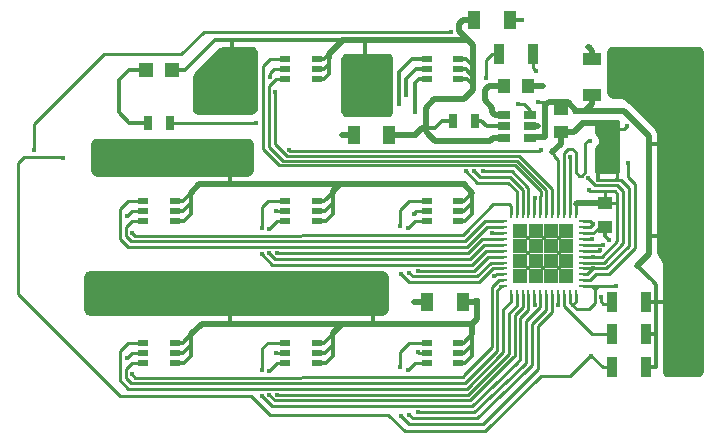
<source format=gtl>
G04 #@! TF.GenerationSoftware,KiCad,Pcbnew,(5.0.2)-1*
G04 #@! TF.CreationDate,2019-04-04T16:39:11-04:00*
G04 #@! TF.ProjectId,Dash_Warning_Panel,44617368-5f57-4617-926e-696e675f5061,rev?*
G04 #@! TF.SameCoordinates,Original*
G04 #@! TF.FileFunction,Copper,L1,Top*
G04 #@! TF.FilePolarity,Positive*
%FSLAX46Y46*%
G04 Gerber Fmt 4.6, Leading zero omitted, Abs format (unit mm)*
G04 Created by KiCad (PCBNEW (5.0.2)-1) date 4/4/2019 4:39:11 PM*
%MOMM*%
%LPD*%
G01*
G04 APERTURE LIST*
G04 #@! TA.AperFunction,SMDPad,CuDef*
%ADD10R,0.250000X0.700000*%
G04 #@! TD*
G04 #@! TA.AperFunction,SMDPad,CuDef*
%ADD11R,0.700000X0.250000*%
G04 #@! TD*
G04 #@! TA.AperFunction,SMDPad,CuDef*
%ADD12R,1.287500X1.287500*%
G04 #@! TD*
G04 #@! TA.AperFunction,SMDPad,CuDef*
%ADD13R,1.000000X1.600000*%
G04 #@! TD*
G04 #@! TA.AperFunction,SMDPad,CuDef*
%ADD14R,1.600000X1.000000*%
G04 #@! TD*
G04 #@! TA.AperFunction,SMDPad,CuDef*
%ADD15R,1.200000X1.200000*%
G04 #@! TD*
G04 #@! TA.AperFunction,SMDPad,CuDef*
%ADD16R,0.900000X1.700000*%
G04 #@! TD*
G04 #@! TA.AperFunction,SMDPad,CuDef*
%ADD17R,1.060000X0.650000*%
G04 #@! TD*
G04 #@! TA.AperFunction,SMDPad,CuDef*
%ADD18R,1.250000X1.000000*%
G04 #@! TD*
G04 #@! TA.AperFunction,SMDPad,CuDef*
%ADD19R,0.700000X1.300000*%
G04 #@! TD*
G04 #@! TA.AperFunction,SMDPad,CuDef*
%ADD20R,0.900000X0.550000*%
G04 #@! TD*
G04 #@! TA.AperFunction,SMDPad,CuDef*
%ADD21R,1.000000X1.250000*%
G04 #@! TD*
G04 #@! TA.AperFunction,ViaPad*
%ADD22C,0.400000*%
G04 #@! TD*
G04 #@! TA.AperFunction,ViaPad*
%ADD23C,0.600000*%
G04 #@! TD*
G04 #@! TA.AperFunction,Conductor*
%ADD24C,0.300000*%
G04 #@! TD*
G04 #@! TA.AperFunction,Conductor*
%ADD25C,0.220000*%
G04 #@! TD*
G04 #@! TA.AperFunction,Conductor*
%ADD26C,0.500000*%
G04 #@! TD*
G04 #@! TA.AperFunction,Conductor*
%ADD27C,0.254000*%
G04 #@! TD*
G04 APERTURE END LIST*
D10*
G04 #@! TO.P,U1,1*
G04 #@! TO.N,/GND*
X217275000Y-128175000D03*
G04 #@! TO.P,U1,2*
X216775000Y-128175000D03*
G04 #@! TO.P,U1,3*
G04 #@! TO.N,/SDO*
X216275000Y-128175000D03*
G04 #@! TO.P,U1,4*
G04 #@! TO.N,/GND*
X215775000Y-128175000D03*
G04 #@! TO.P,U1,5*
G04 #@! TO.N,/R0*
X215275000Y-128175000D03*
G04 #@! TO.P,U1,6*
G04 #@! TO.N,/G0*
X214775000Y-128175000D03*
G04 #@! TO.P,U1,7*
G04 #@! TO.N,/B0*
X214275000Y-128175000D03*
G04 #@! TO.P,U1,8*
G04 #@! TO.N,/GND*
X213775000Y-128175000D03*
G04 #@! TO.P,U1,9*
G04 #@! TO.N,/R1*
X213275000Y-128175000D03*
G04 #@! TO.P,U1,10*
G04 #@! TO.N,/G1*
X212775000Y-128175000D03*
G04 #@! TO.P,U1,11*
G04 #@! TO.N,/B1*
X212275000Y-128175000D03*
G04 #@! TO.P,U1,12*
G04 #@! TO.N,/R2*
X211775000Y-128175000D03*
D11*
G04 #@! TO.P,U1,13*
G04 #@! TO.N,/G2*
X211125000Y-128825000D03*
G04 #@! TO.P,U1,14*
G04 #@! TO.N,/B2*
X211125000Y-129325000D03*
G04 #@! TO.P,U1,15*
G04 #@! TO.N,/GND*
X211125000Y-129825000D03*
G04 #@! TO.P,U1,16*
G04 #@! TO.N,/R3*
X211125000Y-130325000D03*
G04 #@! TO.P,U1,17*
G04 #@! TO.N,/G3*
X211125000Y-130825000D03*
G04 #@! TO.P,U1,18*
G04 #@! TO.N,/B3*
X211125000Y-131325000D03*
G04 #@! TO.P,U1,19*
G04 #@! TO.N,/R4*
X211125000Y-131825000D03*
G04 #@! TO.P,U1,20*
G04 #@! TO.N,/G4*
X211125000Y-132325000D03*
G04 #@! TO.P,U1,21*
G04 #@! TO.N,/B4*
X211125000Y-132825000D03*
G04 #@! TO.P,U1,22*
G04 #@! TO.N,/GND*
X211125000Y-133325000D03*
G04 #@! TO.P,U1,23*
G04 #@! TO.N,/R5*
X211125000Y-133825000D03*
G04 #@! TO.P,U1,24*
G04 #@! TO.N,/G5*
X211125000Y-134325000D03*
D10*
G04 #@! TO.P,U1,25*
G04 #@! TO.N,/B5*
X211775000Y-134975000D03*
G04 #@! TO.P,U1,26*
G04 #@! TO.N,/R6*
X212275000Y-134975000D03*
G04 #@! TO.P,U1,27*
G04 #@! TO.N,/G6*
X212775000Y-134975000D03*
G04 #@! TO.P,U1,28*
G04 #@! TO.N,/B6*
X213275000Y-134975000D03*
G04 #@! TO.P,U1,29*
G04 #@! TO.N,/GND*
X213775000Y-134975000D03*
G04 #@! TO.P,U1,30*
G04 #@! TO.N,/R7*
X214275000Y-134975000D03*
G04 #@! TO.P,U1,31*
G04 #@! TO.N,/G7*
X214775000Y-134975000D03*
G04 #@! TO.P,U1,32*
G04 #@! TO.N,/B7*
X215275000Y-134975000D03*
G04 #@! TO.P,U1,33*
G04 #@! TO.N,/GND*
X215775000Y-134975000D03*
G04 #@! TO.P,U1,34*
G04 #@! TO.N,Net-(R2-Pad2)*
X216275000Y-134975000D03*
G04 #@! TO.P,U1,35*
G04 #@! TO.N,Net-(R7-Pad1)*
X216775000Y-134975000D03*
G04 #@! TO.P,U1,36*
X217275000Y-134975000D03*
D11*
G04 #@! TO.P,U1,37*
X217925000Y-134325000D03*
G04 #@! TO.P,U1,38*
G04 #@! TO.N,/SDI*
X217925000Y-133825000D03*
G04 #@! TO.P,U1,39*
G04 #@! TO.N,/GND*
X217925000Y-133325000D03*
G04 #@! TO.P,U1,40*
X217925000Y-132825000D03*
G04 #@! TO.P,U1,41*
G04 #@! TO.N,/CLK*
X217925000Y-132325000D03*
G04 #@! TO.P,U1,42*
G04 #@! TO.N,/GND*
X217925000Y-131825000D03*
G04 #@! TO.P,U1,43*
G04 #@! TO.N,/OE*
X217925000Y-131325000D03*
G04 #@! TO.P,U1,44*
G04 #@! TO.N,Net-(R1-Pad1)*
X217925000Y-130825000D03*
G04 #@! TO.P,U1,45*
G04 #@! TO.N,/GND*
X217925000Y-130325000D03*
G04 #@! TO.P,U1,46*
G04 #@! TO.N,/VCC*
X217925000Y-129825000D03*
G04 #@! TO.P,U1,47*
G04 #@! TO.N,/GND*
X217925000Y-129325000D03*
G04 #@! TO.P,U1,48*
X217925000Y-128825000D03*
D12*
G04 #@! TO.P,U1,49*
G04 #@! TO.N,N/C*
X212593750Y-133506250D03*
X213881250Y-133506250D03*
X215168750Y-133506250D03*
X216456250Y-133506250D03*
X212593750Y-132218750D03*
X213881250Y-132218750D03*
X215168750Y-132218750D03*
X216456250Y-132218750D03*
X212593750Y-130931250D03*
X213881250Y-130931250D03*
X215168750Y-130931250D03*
X216456250Y-130931250D03*
X212593750Y-129643750D03*
X213881250Y-129643750D03*
X215168750Y-129643750D03*
X216456250Y-129643750D03*
G04 #@! TD*
D13*
G04 #@! TO.P,C2,1*
G04 #@! TO.N,/LED_Power*
X208700000Y-111800000D03*
G04 #@! TO.P,C2,2*
G04 #@! TO.N,/GND*
X211700000Y-111800000D03*
G04 #@! TD*
G04 #@! TO.P,C3,1*
G04 #@! TO.N,/LED_Power*
X201500000Y-121500000D03*
G04 #@! TO.P,C3,2*
G04 #@! TO.N,/GND*
X198500000Y-121500000D03*
G04 #@! TD*
G04 #@! TO.P,C4,1*
G04 #@! TO.N,/LED_Power*
X207700000Y-135700000D03*
G04 #@! TO.P,C4,2*
G04 #@! TO.N,/GND*
X204700000Y-135700000D03*
G04 #@! TD*
D14*
G04 #@! TO.P,C7,1*
G04 #@! TO.N,/VCC*
X218700000Y-118100000D03*
G04 #@! TO.P,C7,2*
G04 #@! TO.N,/GND*
X218700000Y-115100000D03*
G04 #@! TD*
D15*
G04 #@! TO.P,D9,2*
G04 #@! TO.N,/LED_Power*
X183100000Y-116000000D03*
G04 #@! TO.P,D9,1*
G04 #@! TO.N,Net-(D9-Pad1)*
X180900000Y-116000000D03*
G04 #@! TD*
D16*
G04 #@! TO.P,R1,1*
G04 #@! TO.N,Net-(R1-Pad1)*
X220350000Y-135700000D03*
G04 #@! TO.P,R1,2*
G04 #@! TO.N,/VCC*
X223250000Y-135700000D03*
G04 #@! TD*
G04 #@! TO.P,R2,1*
G04 #@! TO.N,/VCC*
X223250000Y-138400000D03*
G04 #@! TO.P,R2,2*
G04 #@! TO.N,Net-(R2-Pad2)*
X220350000Y-138400000D03*
G04 #@! TD*
G04 #@! TO.P,R3,1*
G04 #@! TO.N,/OE*
X220350000Y-141200000D03*
G04 #@! TO.P,R3,2*
G04 #@! TO.N,/VCC*
X223250000Y-141200000D03*
G04 #@! TD*
G04 #@! TO.P,R6,1*
G04 #@! TO.N,/VCC*
X213650000Y-114700000D03*
G04 #@! TO.P,R6,2*
G04 #@! TO.N,/EN*
X210750000Y-114700000D03*
G04 #@! TD*
D17*
G04 #@! TO.P,U2,1*
G04 #@! TO.N,/VCC*
X213400000Y-121750000D03*
G04 #@! TO.P,U2,2*
G04 #@! TO.N,/GND*
X213400000Y-120800000D03*
G04 #@! TO.P,U2,3*
G04 #@! TO.N,/EN*
X213400000Y-119850000D03*
G04 #@! TO.P,U2,4*
G04 #@! TO.N,Net-(C6-Pad2)*
X211200000Y-119850000D03*
G04 #@! TO.P,U2,6*
G04 #@! TO.N,/LED_Power*
X211200000Y-121750000D03*
G04 #@! TO.P,U2,5*
G04 #@! TO.N,Net-(R5-Pad2)*
X211200000Y-120800000D03*
G04 #@! TD*
D18*
G04 #@! TO.P,C5,1*
G04 #@! TO.N,/GND*
X216000000Y-121300000D03*
G04 #@! TO.P,C5,2*
G04 #@! TO.N,/VCC*
X216000000Y-119300000D03*
G04 #@! TD*
G04 #@! TO.P,C1,1*
G04 #@! TO.N,/VCC*
X219800000Y-129300000D03*
G04 #@! TO.P,C1,2*
G04 #@! TO.N,/GND*
X219800000Y-127300000D03*
G04 #@! TD*
D19*
G04 #@! TO.P,R5,1*
G04 #@! TO.N,/LED_Power*
X206850000Y-120300000D03*
G04 #@! TO.P,R5,2*
G04 #@! TO.N,Net-(R5-Pad2)*
X208750000Y-120300000D03*
G04 #@! TD*
G04 #@! TO.P,R4,1*
G04 #@! TO.N,Net-(D9-Pad1)*
X181050000Y-120500000D03*
G04 #@! TO.P,R4,2*
G04 #@! TO.N,/MC*
X182950000Y-120500000D03*
G04 #@! TD*
D20*
G04 #@! TO.P,D8,1*
G04 #@! TO.N,/B7*
X204650000Y-139100000D03*
G04 #@! TO.P,D8,2*
G04 #@! TO.N,/LED_Power*
X207350000Y-139100000D03*
G04 #@! TO.P,D8,3*
G04 #@! TO.N,/R7*
X204650000Y-139950000D03*
G04 #@! TO.P,D8,4*
G04 #@! TO.N,/LED_Power*
X207350000Y-139950000D03*
G04 #@! TO.P,D8,5*
G04 #@! TO.N,/G7*
X204650000Y-140800000D03*
G04 #@! TO.P,D8,6*
G04 #@! TO.N,/LED_Power*
X207350000Y-140800000D03*
G04 #@! TD*
G04 #@! TO.P,D7,1*
G04 #@! TO.N,/B6*
X192650000Y-139100000D03*
G04 #@! TO.P,D7,2*
G04 #@! TO.N,/LED_Power*
X195350000Y-139100000D03*
G04 #@! TO.P,D7,3*
G04 #@! TO.N,/R6*
X192650000Y-139950000D03*
G04 #@! TO.P,D7,4*
G04 #@! TO.N,/LED_Power*
X195350000Y-139950000D03*
G04 #@! TO.P,D7,5*
G04 #@! TO.N,/G6*
X192650000Y-140800000D03*
G04 #@! TO.P,D7,6*
G04 #@! TO.N,/LED_Power*
X195350000Y-140800000D03*
G04 #@! TD*
G04 #@! TO.P,D6,1*
G04 #@! TO.N,/B5*
X180650000Y-139100000D03*
G04 #@! TO.P,D6,2*
G04 #@! TO.N,/LED_Power*
X183350000Y-139100000D03*
G04 #@! TO.P,D6,3*
G04 #@! TO.N,/R5*
X180650000Y-139950000D03*
G04 #@! TO.P,D6,4*
G04 #@! TO.N,/LED_Power*
X183350000Y-139950000D03*
G04 #@! TO.P,D6,5*
G04 #@! TO.N,/G5*
X180650000Y-140800000D03*
G04 #@! TO.P,D6,6*
G04 #@! TO.N,/LED_Power*
X183350000Y-140800000D03*
G04 #@! TD*
G04 #@! TO.P,D5,1*
G04 #@! TO.N,/B4*
X204650000Y-127100000D03*
G04 #@! TO.P,D5,2*
G04 #@! TO.N,/LED_Power*
X207350000Y-127100000D03*
G04 #@! TO.P,D5,3*
G04 #@! TO.N,/R4*
X204650000Y-127950000D03*
G04 #@! TO.P,D5,4*
G04 #@! TO.N,/LED_Power*
X207350000Y-127950000D03*
G04 #@! TO.P,D5,5*
G04 #@! TO.N,/G4*
X204650000Y-128800000D03*
G04 #@! TO.P,D5,6*
G04 #@! TO.N,/LED_Power*
X207350000Y-128800000D03*
G04 #@! TD*
G04 #@! TO.P,D4,1*
G04 #@! TO.N,/B3*
X192650000Y-127100000D03*
G04 #@! TO.P,D4,2*
G04 #@! TO.N,/LED_Power*
X195350000Y-127100000D03*
G04 #@! TO.P,D4,3*
G04 #@! TO.N,/R3*
X192650000Y-127950000D03*
G04 #@! TO.P,D4,4*
G04 #@! TO.N,/LED_Power*
X195350000Y-127950000D03*
G04 #@! TO.P,D4,5*
G04 #@! TO.N,/G3*
X192650000Y-128800000D03*
G04 #@! TO.P,D4,6*
G04 #@! TO.N,/LED_Power*
X195350000Y-128800000D03*
G04 #@! TD*
G04 #@! TO.P,D3,1*
G04 #@! TO.N,/B2*
X180650000Y-127100000D03*
G04 #@! TO.P,D3,2*
G04 #@! TO.N,/LED_Power*
X183350000Y-127100000D03*
G04 #@! TO.P,D3,3*
G04 #@! TO.N,/R2*
X180650000Y-127950000D03*
G04 #@! TO.P,D3,4*
G04 #@! TO.N,/LED_Power*
X183350000Y-127950000D03*
G04 #@! TO.P,D3,5*
G04 #@! TO.N,/G2*
X180650000Y-128800000D03*
G04 #@! TO.P,D3,6*
G04 #@! TO.N,/LED_Power*
X183350000Y-128800000D03*
G04 #@! TD*
G04 #@! TO.P,D2,1*
G04 #@! TO.N,/B1*
X204650000Y-115100000D03*
G04 #@! TO.P,D2,2*
G04 #@! TO.N,/LED_Power*
X207350000Y-115100000D03*
G04 #@! TO.P,D2,3*
G04 #@! TO.N,/R1*
X204650000Y-115950000D03*
G04 #@! TO.P,D2,4*
G04 #@! TO.N,/LED_Power*
X207350000Y-115950000D03*
G04 #@! TO.P,D2,5*
G04 #@! TO.N,/G1*
X204650000Y-116800000D03*
G04 #@! TO.P,D2,6*
G04 #@! TO.N,/LED_Power*
X207350000Y-116800000D03*
G04 #@! TD*
G04 #@! TO.P,D1,1*
G04 #@! TO.N,/B0*
X192650000Y-115100000D03*
G04 #@! TO.P,D1,2*
G04 #@! TO.N,/LED_Power*
X195350000Y-115100000D03*
G04 #@! TO.P,D1,3*
G04 #@! TO.N,/R0*
X192650000Y-115950000D03*
G04 #@! TO.P,D1,4*
G04 #@! TO.N,/LED_Power*
X195350000Y-115950000D03*
G04 #@! TO.P,D1,5*
G04 #@! TO.N,/G0*
X192650000Y-116800000D03*
G04 #@! TO.P,D1,6*
G04 #@! TO.N,/LED_Power*
X195350000Y-116800000D03*
G04 #@! TD*
D21*
G04 #@! TO.P,C6,1*
G04 #@! TO.N,/GND*
X213200000Y-117400000D03*
G04 #@! TO.P,C6,2*
G04 #@! TO.N,Net-(C6-Pad2)*
X211200000Y-117400000D03*
G04 #@! TD*
D22*
G04 #@! TO.N,*
X213258400Y-130251200D03*
X214579200Y-130251200D03*
X215849200Y-130251200D03*
X215849200Y-131521200D03*
X215849200Y-132791200D03*
X214528400Y-132791200D03*
X213258400Y-132791200D03*
X213258400Y-131521200D03*
G04 #@! TO.N,Net-(R1-Pad1)*
X219625000Y-130825000D03*
X219400000Y-135200000D03*
D23*
G04 #@! TO.N,/LED_Power*
X208900000Y-135600000D03*
X207800000Y-125700000D03*
X203675000Y-121500000D03*
D22*
G04 #@! TO.N,/R0*
X191400000Y-116600000D03*
X191800000Y-117900000D03*
G04 #@! TO.N,/B1*
X202300000Y-118900000D03*
X208000000Y-124600000D03*
G04 #@! TO.N,/R1*
X202900000Y-118100000D03*
X209400000Y-124600000D03*
G04 #@! TO.N,/G1*
X203700000Y-119600000D03*
X208700000Y-124600000D03*
G04 #@! TO.N,/R2*
X179300000Y-128400000D03*
X179700000Y-129800000D03*
G04 #@! TO.N,/B3*
X190700000Y-131600000D03*
X190700000Y-129400000D03*
G04 #@! TO.N,/R3*
X191900000Y-128000000D03*
X192000000Y-131500000D03*
G04 #@! TO.N,/G3*
X191300000Y-129500000D03*
X191300000Y-131500000D03*
G04 #@! TO.N,/B4*
X202400000Y-129200000D03*
X202500000Y-133300000D03*
G04 #@! TO.N,/R4*
X203900000Y-133000000D03*
X203600000Y-128200000D03*
G04 #@! TO.N,/G4*
X203100000Y-129400000D03*
X203200000Y-133200000D03*
G04 #@! TO.N,/R5*
X179700000Y-141800000D03*
X179300000Y-140400000D03*
G04 #@! TO.N,/B6*
X190700000Y-143600000D03*
X190700000Y-141400000D03*
G04 #@! TO.N,/R6*
X191900000Y-140000000D03*
X192000000Y-143500000D03*
G04 #@! TO.N,/G6*
X191300000Y-141500000D03*
X191300000Y-143500000D03*
G04 #@! TO.N,/B7*
X202500000Y-145300000D03*
X202400000Y-141200000D03*
G04 #@! TO.N,/R7*
X203900000Y-139900000D03*
X203900000Y-145000000D03*
G04 #@! TO.N,/G7*
X203100000Y-141400000D03*
X203200000Y-145200000D03*
G04 #@! TO.N,/SDI*
X221700000Y-123900000D03*
G04 #@! TO.N,/SDO*
X218500000Y-122000000D03*
G04 #@! TO.N,/CLK*
X218300000Y-125200000D03*
G04 #@! TO.N,/MC*
X214300000Y-122800000D03*
X190200000Y-120500000D03*
X193000000Y-122800000D03*
G04 #@! TO.N,/OE*
X219300000Y-131300000D03*
X218600000Y-140200000D03*
X173900000Y-123500000D03*
G04 #@! TO.N,/EN*
X206700000Y-112800000D03*
X212400000Y-118900000D03*
X209700000Y-116700000D03*
X171400000Y-122800000D03*
G04 #@! TO.N,/VCC*
X213900000Y-116100000D03*
X214100000Y-118700000D03*
X220100000Y-130400000D03*
X222500000Y-132600000D03*
D23*
X217300000Y-119500000D03*
D22*
X224891600Y-133400800D03*
X227126800Y-133400800D03*
G04 #@! TO.N,/GND*
X218725000Y-129075000D03*
X221600000Y-120800000D03*
X220800000Y-125300000D03*
X217800000Y-120500000D03*
X218725000Y-132825000D03*
X219200000Y-125300000D03*
X197500000Y-121500000D03*
X214500000Y-117400000D03*
X218300000Y-114100000D03*
X217300000Y-127400000D03*
X210200000Y-129800000D03*
X212750000Y-111750000D03*
X215800000Y-135900000D03*
X203600000Y-135700000D03*
X218700000Y-130300000D03*
X213800000Y-135900000D03*
X215300000Y-123000000D03*
X218725000Y-131825000D03*
X218400000Y-126200000D03*
X213800000Y-126900000D03*
X210400000Y-133500000D03*
X214049998Y-120800000D03*
G04 #@! TO.N,Net-(R7-Pad1)*
X220675200Y-134315200D03*
G04 #@! TO.N,/GND*
X216800000Y-123400000D03*
G04 #@! TD*
D24*
G04 #@! TO.N,Net-(D9-Pad1)*
X180500000Y-120500000D02*
X181050000Y-120500000D01*
X180550000Y-120500000D02*
X180500000Y-120500000D01*
X180500000Y-120500000D02*
X179500000Y-120500000D01*
X179500000Y-116000000D02*
X180900000Y-116000000D01*
X178600000Y-116900000D02*
X179500000Y-116000000D01*
X178600000Y-119600000D02*
X178600000Y-116900000D01*
X179500000Y-120500000D02*
X178600000Y-119600000D01*
D25*
G04 #@! TO.N,Net-(R1-Pad1)*
X217925000Y-130825000D02*
X219625000Y-130825000D01*
X219600000Y-135800000D02*
X220250000Y-135800000D01*
X219400000Y-135600000D02*
X219600000Y-135800000D01*
X219400000Y-135200000D02*
X219400000Y-135600000D01*
X220250000Y-135800000D02*
X220350000Y-135700000D01*
D24*
G04 #@! TO.N,Net-(R5-Pad2)*
X208750000Y-120300000D02*
X209250000Y-120300000D01*
X209750000Y-120800000D02*
X209250000Y-120300000D01*
X209750000Y-120800000D02*
X211200000Y-120800000D01*
G04 #@! TO.N,/LED_Power*
X188000000Y-125700000D02*
X188000000Y-123800000D01*
X188000000Y-137500000D02*
X188000000Y-136000000D01*
X200100000Y-137500000D02*
X200100000Y-136100000D01*
X199400000Y-113500000D02*
X199400000Y-115200000D01*
X188200000Y-113500000D02*
X188200000Y-114300000D01*
X204600000Y-120900000D02*
X205400000Y-120900000D01*
X205400000Y-120900000D02*
X205975000Y-120325000D01*
D26*
X203675000Y-121500000D02*
X204275000Y-120900000D01*
X204275000Y-120900000D02*
X204600000Y-120900000D01*
X204600000Y-120900000D02*
X204500000Y-120900000D01*
X204500000Y-120900000D02*
X204600000Y-120900000D01*
X196700000Y-126400000D02*
X196700000Y-126300000D01*
X196700000Y-126300000D02*
X197300000Y-125700000D01*
X207800000Y-125700000D02*
X197300000Y-125700000D01*
X197300000Y-125700000D02*
X188000000Y-125700000D01*
X188000000Y-125700000D02*
X185400000Y-125700000D01*
X185400000Y-125700000D02*
X184700000Y-126400000D01*
X208500000Y-126400000D02*
X207800000Y-125700000D01*
X208900000Y-135700000D02*
X208900000Y-137100000D01*
X208900000Y-137100000D02*
X208500000Y-137500000D01*
D24*
X207350000Y-115100000D02*
X208000000Y-115100000D01*
X208600000Y-115700000D02*
X208600000Y-115600000D01*
X208000000Y-115100000D02*
X208600000Y-115700000D01*
X207350000Y-115950000D02*
X207950000Y-115950000D01*
X207950000Y-115950000D02*
X208600000Y-116600000D01*
X207350000Y-116800000D02*
X208000000Y-116800000D01*
D26*
X208600000Y-117300000D02*
X208600000Y-117200000D01*
D24*
X208100000Y-116800000D02*
X208600000Y-117300000D01*
X208000000Y-116800000D02*
X208100000Y-116800000D01*
X206850000Y-120300000D02*
X206000000Y-120300000D01*
X205975000Y-120325000D02*
X206000000Y-120300000D01*
D26*
X208700000Y-111800000D02*
X207700000Y-111800000D01*
X207400000Y-112700000D02*
X208200000Y-113500000D01*
X207400000Y-112100000D02*
X207400000Y-112700000D01*
X207700000Y-111800000D02*
X207400000Y-112100000D01*
D24*
X196000000Y-116800000D02*
X196400000Y-116400000D01*
X195350000Y-116800000D02*
X196000000Y-116800000D01*
X196400000Y-116400000D02*
X196400000Y-115500000D01*
X195350000Y-115950000D02*
X195950000Y-115950000D01*
X196400000Y-115500000D02*
X196400000Y-114700000D01*
X195950000Y-115950000D02*
X196400000Y-115500000D01*
D26*
X196400000Y-114700000D02*
X196400000Y-115000000D01*
X196400000Y-115000000D02*
X196400000Y-114700000D01*
D24*
X195350000Y-115100000D02*
X196000000Y-115100000D01*
D26*
X197500000Y-113600000D02*
X197500000Y-113500000D01*
X197600000Y-113500000D02*
X197500000Y-113600000D01*
D24*
X196000000Y-115100000D02*
X196400000Y-114700000D01*
D26*
X196400000Y-114700000D02*
X197600000Y-113500000D01*
X208600000Y-114000000D02*
X208600000Y-113900000D01*
X208600000Y-115000000D02*
X208600000Y-114000000D01*
D24*
X184200000Y-116000000D02*
X183100000Y-116000000D01*
X186700000Y-113500000D02*
X184200000Y-116000000D01*
D26*
X208200000Y-113500000D02*
X199400000Y-113500000D01*
X199400000Y-113500000D02*
X197500000Y-113500000D01*
D24*
X197500000Y-113500000D02*
X188200000Y-113500000D01*
X188200000Y-113500000D02*
X186700000Y-113500000D01*
D26*
X208600000Y-113900000D02*
X208200000Y-113500000D01*
X208600000Y-115000000D02*
X208600000Y-115600000D01*
X208600000Y-115600000D02*
X208600000Y-115900000D01*
X208600000Y-115900000D02*
X208600000Y-116300000D01*
X208600000Y-116300000D02*
X208600000Y-116600000D01*
X208600000Y-116600000D02*
X208600000Y-117200000D01*
X208600000Y-117200000D02*
X208600000Y-117700000D01*
X204600000Y-119200000D02*
X204600000Y-120900000D01*
X207800000Y-118500000D02*
X208600000Y-117700000D01*
X205300000Y-118500000D02*
X207800000Y-118500000D01*
X204600000Y-119200000D02*
X205300000Y-118500000D01*
X204600000Y-120900000D02*
X204600000Y-121200000D01*
X210250000Y-121750000D02*
X210000000Y-122000000D01*
X211200000Y-121750000D02*
X210250000Y-121750000D01*
X205400000Y-122000000D02*
X204900000Y-121500000D01*
X210000000Y-122000000D02*
X205400000Y-122000000D01*
X204600000Y-121200000D02*
X204900000Y-121500000D01*
X196700000Y-138400000D02*
X196700000Y-138300000D01*
X196700000Y-138300000D02*
X197500000Y-137500000D01*
X208500000Y-137500000D02*
X208300000Y-137500000D01*
X207900000Y-137500000D02*
X200100000Y-137500000D01*
X200100000Y-137500000D02*
X197500000Y-137500000D01*
X208300000Y-137500000D02*
X207900000Y-137500000D01*
X185600000Y-137500000D02*
X184700000Y-138400000D01*
X197500000Y-137500000D02*
X188000000Y-137500000D01*
X188000000Y-137500000D02*
X185600000Y-137500000D01*
D24*
X183550000Y-127100000D02*
X184000000Y-127100000D01*
X184000000Y-127100000D02*
X184700000Y-126400000D01*
X183550000Y-127950000D02*
X184050000Y-127950000D01*
X184050000Y-127950000D02*
X184700000Y-127300000D01*
X183550000Y-128800000D02*
X184100000Y-128800000D01*
X184700000Y-128200000D02*
X184700000Y-127300000D01*
X184700000Y-127300000D02*
X184700000Y-126400000D01*
X184100000Y-128800000D02*
X184700000Y-128200000D01*
X196100000Y-128800000D02*
X196700000Y-128200000D01*
X196700000Y-127300000D02*
X196700000Y-126400000D01*
X196700000Y-128200000D02*
X196700000Y-127300000D01*
X195550000Y-128800000D02*
X196100000Y-128800000D01*
X196050000Y-127950000D02*
X196700000Y-127300000D01*
X195550000Y-127950000D02*
X196050000Y-127950000D01*
X196000000Y-127100000D02*
X196700000Y-126400000D01*
X195550000Y-127100000D02*
X196000000Y-127100000D01*
X184100000Y-140800000D02*
X184700000Y-140200000D01*
X184700000Y-139300000D02*
X184700000Y-138400000D01*
X184700000Y-140200000D02*
X184700000Y-139300000D01*
X183550000Y-140800000D02*
X184100000Y-140800000D01*
X184050000Y-139950000D02*
X184700000Y-139300000D01*
X183550000Y-139950000D02*
X184050000Y-139950000D01*
X184000000Y-139100000D02*
X184700000Y-138400000D01*
X183550000Y-139100000D02*
X184000000Y-139100000D01*
X195550000Y-139100000D02*
X196000000Y-139100000D01*
X196000000Y-139100000D02*
X196700000Y-138400000D01*
X195550000Y-139950000D02*
X196050000Y-139950000D01*
X196050000Y-139950000D02*
X196700000Y-139300000D01*
X195550000Y-140800000D02*
X196100000Y-140800000D01*
X196700000Y-140200000D02*
X196700000Y-139300000D01*
X196700000Y-139300000D02*
X196700000Y-138400000D01*
X196100000Y-140800000D02*
X196700000Y-140200000D01*
D26*
X203000000Y-121500000D02*
X201500000Y-121500000D01*
X203675000Y-121500000D02*
X203000000Y-121500000D01*
X207700000Y-135700000D02*
X208900000Y-135700000D01*
X208500000Y-137700000D02*
X208500000Y-137500000D01*
X208500000Y-137500000D02*
X208500000Y-138400000D01*
D24*
X207900000Y-140800000D02*
X208500000Y-140200000D01*
X208500000Y-139300000D02*
X208500000Y-138400000D01*
X208500000Y-140200000D02*
X208500000Y-139300000D01*
X207350000Y-140800000D02*
X207900000Y-140800000D01*
X207850000Y-139950000D02*
X208500000Y-139300000D01*
X207350000Y-139950000D02*
X207850000Y-139950000D01*
X207800000Y-139100000D02*
X208500000Y-138400000D01*
X207350000Y-139100000D02*
X207800000Y-139100000D01*
X207350000Y-127100000D02*
X207800000Y-127100000D01*
X207800000Y-127100000D02*
X208500000Y-126400000D01*
X207350000Y-127950000D02*
X207850000Y-127950000D01*
X207850000Y-127950000D02*
X208500000Y-127300000D01*
X207350000Y-128800000D02*
X207900000Y-128800000D01*
X208500000Y-128200000D02*
X208500000Y-127300000D01*
X208500000Y-127300000D02*
X208500000Y-126400000D01*
X207900000Y-128800000D02*
X208500000Y-128200000D01*
D25*
G04 #@! TO.N,/B0*
X193200000Y-124100000D02*
X192200000Y-124100000D01*
X214275000Y-126725000D02*
X214300000Y-126700000D01*
X214300000Y-126700000D02*
X214300000Y-126300000D01*
X214300000Y-126300000D02*
X212100000Y-124100000D01*
X212100000Y-124100000D02*
X193200000Y-124100000D01*
X214275000Y-128175000D02*
X214275000Y-126725000D01*
X191400000Y-115100000D02*
X192650000Y-115100000D01*
X190800000Y-115700000D02*
X191400000Y-115100000D01*
X190800000Y-122700000D02*
X190800000Y-115700000D01*
X192200000Y-124100000D02*
X190800000Y-122700000D01*
G04 #@! TO.N,/R0*
X193200000Y-123300000D02*
X192800000Y-123300000D01*
X215275000Y-126075000D02*
X212470002Y-123270002D01*
X212470002Y-123270002D02*
X193200000Y-123300000D01*
X215275000Y-128175000D02*
X215275000Y-126075000D01*
X191750000Y-115950000D02*
X192650000Y-115950000D01*
X191400000Y-116300000D02*
X191750000Y-115950000D01*
X191400000Y-116600000D02*
X191400000Y-116300000D01*
X191800000Y-122300000D02*
X191800000Y-117900000D01*
X192800000Y-123300000D02*
X191800000Y-122300000D01*
G04 #@! TO.N,/G0*
X192650000Y-116800000D02*
X191900000Y-116800000D01*
X193200000Y-123729998D02*
X193200000Y-123700000D01*
X192529998Y-123729998D02*
X193200000Y-123729998D01*
X191300000Y-122500000D02*
X192529998Y-123729998D01*
X191300000Y-117400000D02*
X191300000Y-122500000D01*
X191900000Y-116800000D02*
X191300000Y-117400000D01*
X214775000Y-128175000D02*
X214775000Y-126175000D01*
X212300000Y-123700000D02*
X193200000Y-123700000D01*
X193200000Y-123700000D02*
X193200000Y-123700000D01*
X214775000Y-126175000D02*
X212300000Y-123700000D01*
G04 #@! TO.N,/B1*
X211550000Y-125550000D02*
X208950000Y-125550000D01*
X212275000Y-126275000D02*
X211550000Y-125550000D01*
X212275000Y-128175000D02*
X212275000Y-126275000D01*
D24*
X203400000Y-115100000D02*
X204650000Y-115100000D01*
X202300000Y-116200000D02*
X203400000Y-115100000D01*
X202300000Y-118900000D02*
X202300000Y-116200000D01*
D25*
X208950000Y-125550000D02*
X208000000Y-124600000D01*
G04 #@! TO.N,/R1*
X211900000Y-124600000D02*
X209400000Y-124600000D01*
X213275000Y-125975000D02*
X211900000Y-124600000D01*
X213275000Y-128175000D02*
X213275000Y-125975000D01*
D24*
X203750000Y-115950000D02*
X204650000Y-115950000D01*
X202900000Y-116800000D02*
X203750000Y-115950000D01*
X202900000Y-118100000D02*
X202900000Y-116800000D01*
D25*
G04 #@! TO.N,/G1*
X211700000Y-125100000D02*
X209200000Y-125100000D01*
D24*
X204000000Y-116800000D02*
X204650000Y-116800000D01*
X203700000Y-117100000D02*
X204000000Y-116800000D01*
X203700000Y-119600000D02*
X203700000Y-117100000D01*
D25*
X209200000Y-125100000D02*
X208700000Y-124600000D01*
X212775000Y-128175000D02*
X212775000Y-126175000D01*
X212775000Y-126175000D02*
X211700000Y-125100000D01*
X211700000Y-125100000D02*
X211800000Y-125200000D01*
G04 #@! TO.N,/B2*
X180650000Y-127100000D02*
X179400000Y-127100000D01*
X178700000Y-130300000D02*
X179400000Y-131000000D01*
X178700000Y-127800000D02*
X178700000Y-130300000D01*
X179400000Y-127100000D02*
X178700000Y-127800000D01*
X209900000Y-129325000D02*
X209775000Y-129325000D01*
X211125000Y-129325000D02*
X209900000Y-129325000D01*
X208100000Y-131000000D02*
X179400000Y-131000000D01*
X209775000Y-129325000D02*
X208100000Y-131000000D01*
G04 #@! TO.N,/R2*
X180099996Y-130098926D02*
X179998926Y-130098926D01*
X179300000Y-128400000D02*
X179750000Y-127950000D01*
X180650000Y-127950000D02*
X179750000Y-127950000D01*
X207900000Y-129800000D02*
X207700000Y-130000000D01*
X211775000Y-127575000D02*
X211600000Y-127400000D01*
X211600000Y-127400000D02*
X210300000Y-127400000D01*
X210300000Y-127400000D02*
X207900000Y-129800000D01*
X211775000Y-127575000D02*
X211775000Y-128175000D01*
X207700000Y-130000000D02*
X180099996Y-130098926D01*
X179998926Y-130098926D02*
X179700000Y-129800000D01*
G04 #@! TO.N,/G2*
X180200000Y-130500000D02*
X179600000Y-130500000D01*
X209575000Y-128825000D02*
X207900000Y-130500000D01*
X207900000Y-130500000D02*
X180200000Y-130500000D01*
X211125000Y-128825000D02*
X209600000Y-128825000D01*
X209600000Y-128825000D02*
X209575000Y-128825000D01*
X179700000Y-128800000D02*
X180650000Y-128800000D01*
X179200000Y-129300000D02*
X179700000Y-128800000D01*
X179200000Y-130100000D02*
X179200000Y-129300000D01*
X179600000Y-130500000D02*
X179200000Y-130100000D01*
G04 #@! TO.N,/B3*
X192650000Y-127100000D02*
X191200000Y-127100000D01*
X209675000Y-131325000D02*
X208500000Y-132500000D01*
X208500000Y-132500000D02*
X191600000Y-132500000D01*
X209675000Y-131325000D02*
X211125000Y-131325000D01*
X190700000Y-131600000D02*
X191600000Y-132500000D01*
X190700000Y-127600000D02*
X190700000Y-129400000D01*
X191200000Y-127100000D02*
X190700000Y-127600000D01*
G04 #@! TO.N,/R3*
X192200000Y-131500000D02*
X192000000Y-131500000D01*
X209375000Y-130325000D02*
X208200000Y-131500000D01*
X208200000Y-131500000D02*
X192200000Y-131500000D01*
X211125000Y-130325000D02*
X209375000Y-130325000D01*
X191950000Y-127950000D02*
X192650000Y-127950000D01*
X191900000Y-128000000D02*
X191950000Y-127950000D01*
G04 #@! TO.N,/G3*
X191900000Y-132000000D02*
X191800000Y-132000000D01*
X209475000Y-130825000D02*
X208300000Y-132000000D01*
X208300000Y-132000000D02*
X191900000Y-132000000D01*
X211125000Y-130825000D02*
X209475000Y-130825000D01*
X192000000Y-128800000D02*
X192650000Y-128800000D01*
X191300000Y-129500000D02*
X192000000Y-128800000D01*
X191800000Y-132000000D02*
X191300000Y-131500000D01*
G04 #@! TO.N,/B4*
X203300000Y-134000000D02*
X203200000Y-134000000D01*
X210275000Y-132825000D02*
X209100000Y-134000000D01*
X209100000Y-134000000D02*
X203300000Y-134000000D01*
X211125000Y-132825000D02*
X210275000Y-132825000D01*
X203200000Y-127100000D02*
X204650000Y-127100000D01*
X202400000Y-127900000D02*
X203200000Y-127100000D01*
X202400000Y-129200000D02*
X202400000Y-127900000D01*
X203200000Y-134000000D02*
X202500000Y-133300000D01*
G04 #@! TO.N,/R4*
X203600000Y-128200000D02*
X203600000Y-128100000D01*
X203750000Y-127950000D02*
X204650000Y-127950000D01*
X203600000Y-128100000D02*
X203750000Y-127950000D01*
X203650000Y-128250000D02*
X203600000Y-128200000D01*
X209875000Y-131825000D02*
X211125000Y-131825000D01*
X208700000Y-133000000D02*
X204500000Y-133000000D01*
X209875000Y-131825000D02*
X208700000Y-133000000D01*
X204500000Y-133000000D02*
X203900000Y-133000000D01*
G04 #@! TO.N,/G4*
X203500000Y-133500000D02*
X203200000Y-133200000D01*
X210075000Y-132325000D02*
X208900000Y-133500000D01*
X208900000Y-133500000D02*
X203500000Y-133500000D01*
X211125000Y-132325000D02*
X210075000Y-132325000D01*
X203700000Y-128800000D02*
X204650000Y-128800000D01*
X203100000Y-129400000D02*
X203700000Y-128800000D01*
G04 #@! TO.N,/B5*
X211775000Y-134975000D02*
X211775000Y-135625000D01*
X179400000Y-139100000D02*
X180650000Y-139100000D01*
X178700000Y-142300000D02*
X179400000Y-143000000D01*
X178700000Y-139800000D02*
X178700000Y-142300000D01*
X179400000Y-139100000D02*
X178700000Y-139800000D01*
X208100000Y-143000000D02*
X179400000Y-143000000D01*
X210951694Y-140049971D02*
X208100000Y-143000000D01*
X211100000Y-139901665D02*
X210951694Y-140049971D01*
X211100000Y-136300000D02*
X211100000Y-139901665D01*
X211775000Y-135625000D02*
X211100000Y-136300000D01*
X211775000Y-134975000D02*
X211775000Y-135325000D01*
G04 #@! TO.N,/R5*
X179998926Y-142098926D02*
X179700000Y-141800000D01*
X207700000Y-142000000D02*
X180099996Y-142098926D01*
X210200000Y-139500000D02*
X207900000Y-141800000D01*
X207900000Y-141800000D02*
X207700000Y-142000000D01*
X180650000Y-139950000D02*
X179750000Y-139950000D01*
X179300000Y-140400000D02*
X179750000Y-139950000D01*
X180099996Y-142098926D02*
X179998926Y-142098926D01*
X211125000Y-133825000D02*
X210775000Y-133825000D01*
X210775000Y-133825000D02*
X210200000Y-134400000D01*
X210200000Y-134400000D02*
X210200000Y-139500000D01*
G04 #@! TO.N,/G5*
X179600000Y-142500000D02*
X179200000Y-142100000D01*
X179200000Y-142100000D02*
X179200000Y-141300000D01*
X179200000Y-141300000D02*
X179700000Y-140800000D01*
X179700000Y-140800000D02*
X180650000Y-140800000D01*
X207900000Y-142500000D02*
X180200000Y-142500000D01*
X210600000Y-139800000D02*
X207900000Y-142500000D01*
X180200000Y-142500000D02*
X179600000Y-142500000D01*
X211125000Y-134325000D02*
X210975000Y-134325000D01*
X210975000Y-134325000D02*
X210600000Y-134700000D01*
X210600000Y-134700000D02*
X210600000Y-139800000D01*
G04 #@! TO.N,/B6*
X213275000Y-134975000D02*
X213275000Y-136325000D01*
X191200000Y-139100000D02*
X192650000Y-139100000D01*
X212300000Y-140800000D02*
X208500000Y-144500000D01*
X208500000Y-144500000D02*
X191600000Y-144500000D01*
X190700000Y-143600000D02*
X191600000Y-144500000D01*
X190700000Y-139600000D02*
X190700000Y-141400000D01*
X191200000Y-139100000D02*
X190700000Y-139600000D01*
X212600000Y-140500000D02*
X212300000Y-140800000D01*
X212600000Y-137000000D02*
X212600000Y-140500000D01*
X213275000Y-136325000D02*
X212600000Y-137000000D01*
G04 #@! TO.N,/R6*
X212275000Y-134975000D02*
X212299941Y-135997562D01*
X192200000Y-143500000D02*
X192000000Y-143500000D01*
X209375000Y-142325000D02*
X208200000Y-143500000D01*
X208200000Y-143500000D02*
X192200000Y-143500000D01*
X191950000Y-139950000D02*
X192650000Y-139950000D01*
X191900000Y-140000000D02*
X191950000Y-139950000D01*
X211600000Y-140100000D02*
X209375000Y-142325000D01*
X211600000Y-136600000D02*
X211600000Y-140100000D01*
X212299941Y-135997562D02*
X211600000Y-136600000D01*
G04 #@! TO.N,/G6*
X212100000Y-140200000D02*
X212000000Y-140300000D01*
X191900000Y-144000000D02*
X191800000Y-144000000D01*
X212000000Y-140300000D02*
X208300000Y-144000000D01*
X208300000Y-144000000D02*
X191900000Y-144000000D01*
X192650000Y-140800000D02*
X192000000Y-140800000D01*
X191300000Y-141500000D02*
X192000000Y-140800000D01*
X191800000Y-144000000D02*
X191300000Y-143500000D01*
X212775000Y-136125000D02*
X212100000Y-136800000D01*
X212100000Y-136800000D02*
X212100000Y-140200000D01*
X212775000Y-136125000D02*
X212775000Y-134975000D01*
G04 #@! TO.N,/B7*
X209200000Y-146000000D02*
X209400000Y-146000000D01*
X203200000Y-146000000D02*
X202500000Y-145300000D01*
X202400000Y-141200000D02*
X202400000Y-139900000D01*
X202400000Y-139900000D02*
X203200000Y-139100000D01*
X204650000Y-139100000D02*
X203200000Y-139100000D01*
X209100000Y-146000000D02*
X203300000Y-146000000D01*
X203300000Y-146000000D02*
X203200000Y-146000000D01*
X209100000Y-146000000D02*
X209200000Y-146000000D01*
X215275000Y-136525000D02*
X215275000Y-134975000D01*
X214100000Y-137700000D02*
X215275000Y-136525000D01*
X214100000Y-141300000D02*
X214100000Y-137700000D01*
X209400000Y-146000000D02*
X214100000Y-141300000D01*
G04 #@! TO.N,/R7*
X212800000Y-141100000D02*
X213100000Y-140800000D01*
X204500000Y-145000000D02*
X203900000Y-145000000D01*
X212800000Y-141100000D02*
X208700000Y-145000000D01*
X208700000Y-145000000D02*
X204500000Y-145000000D01*
X203950000Y-139950000D02*
X203900000Y-139900000D01*
X204650000Y-139950000D02*
X203950000Y-139950000D01*
X214275000Y-136125000D02*
X214275000Y-134975000D01*
X213100000Y-137300000D02*
X214275000Y-136125000D01*
X213100000Y-140800000D02*
X213100000Y-137300000D01*
G04 #@! TO.N,/G7*
X214775000Y-134975000D02*
X214775000Y-136325000D01*
X203500000Y-145500000D02*
X203200000Y-145200000D01*
X213100000Y-141500000D02*
X208900000Y-145500000D01*
X208900000Y-145500000D02*
X203500000Y-145500000D01*
X203700000Y-140800000D02*
X204650000Y-140800000D01*
X203100000Y-141400000D02*
X203700000Y-140800000D01*
X213600000Y-141000000D02*
X213100000Y-141500000D01*
X213600000Y-137500000D02*
X213600000Y-141000000D01*
X214775000Y-136325000D02*
X213600000Y-137500000D01*
G04 #@! TO.N,/SDI*
X222300000Y-129500000D02*
X222300000Y-125700000D01*
X222300000Y-131100000D02*
X222300000Y-129500000D01*
X220100000Y-133300000D02*
X222300000Y-131100000D01*
X219000000Y-133300000D02*
X220100000Y-133300000D01*
X218475000Y-133825000D02*
X219000000Y-133300000D01*
X217925000Y-133825000D02*
X218475000Y-133825000D01*
X221700000Y-125100000D02*
X221700000Y-123900000D01*
X222300000Y-125700000D02*
X221700000Y-125100000D01*
G04 #@! TO.N,/SDO*
X216275000Y-128175000D02*
X216275000Y-123025000D01*
X218300000Y-122000000D02*
X218500000Y-122000000D01*
X218100000Y-122200000D02*
X218300000Y-122000000D01*
X218100000Y-124700000D02*
X218100000Y-122200000D01*
X217800000Y-125000000D02*
X218100000Y-124700000D01*
X217600000Y-125000000D02*
X217800000Y-125000000D01*
X217300000Y-124700000D02*
X217600000Y-125000000D01*
X217300000Y-123000000D02*
X217300000Y-124700000D01*
X217000000Y-122700000D02*
X217300000Y-123000000D01*
X216600000Y-122700000D02*
X217000000Y-122700000D01*
X216275000Y-123025000D02*
X216600000Y-122700000D01*
G04 #@! TO.N,/CLK*
X218900000Y-125800000D02*
X218300000Y-125200000D01*
X221300000Y-126400000D02*
X221300000Y-126300000D01*
X221300000Y-126300000D02*
X220800000Y-125800000D01*
X220800000Y-125800000D02*
X218900000Y-125800000D01*
X217925000Y-132325000D02*
X219675000Y-132325000D01*
X219675000Y-132325000D02*
X221300000Y-130700000D01*
X221300000Y-130700000D02*
X221300000Y-129500000D01*
X221300000Y-129500000D02*
X221300000Y-126400000D01*
G04 #@! TO.N,/MC*
X196100000Y-122900000D02*
X193100000Y-122900000D01*
X196100000Y-122900000D02*
X214200000Y-122900000D01*
X214300000Y-122800000D02*
X214200000Y-122900000D01*
X190200000Y-120500000D02*
X182950000Y-120500000D01*
X193100000Y-122900000D02*
X193000000Y-122800000D01*
G04 #@! TO.N,/OE*
X218600000Y-140200000D02*
X218500000Y-140200000D01*
X170600000Y-123400000D02*
X171200000Y-123400000D01*
X170100000Y-123900000D02*
X170600000Y-123400000D01*
X170100000Y-135000000D02*
X170100000Y-123900000D01*
X178700000Y-143600000D02*
X170100000Y-135000000D01*
X179200000Y-143600000D02*
X178700000Y-143600000D01*
X189800000Y-143600000D02*
X179200000Y-143600000D01*
X191400000Y-145200000D02*
X189800000Y-143600000D01*
X201400000Y-145200000D02*
X191400000Y-145200000D01*
X202800000Y-146600000D02*
X201400000Y-145200000D01*
X209600000Y-146600000D02*
X202800000Y-146600000D01*
X214300000Y-141900000D02*
X209600000Y-146600000D01*
X216800000Y-141900000D02*
X214300000Y-141900000D01*
X218500000Y-140200000D02*
X216800000Y-141900000D01*
X219275000Y-131325000D02*
X219300000Y-131300000D01*
X219075000Y-131325000D02*
X219275000Y-131325000D01*
X219600000Y-141200000D02*
X220350000Y-141200000D01*
X218600000Y-140200000D02*
X219600000Y-141200000D01*
X217925000Y-131325000D02*
X219075000Y-131325000D01*
X171200000Y-123400000D02*
X173800000Y-123400000D01*
X173800000Y-123400000D02*
X173900000Y-123500000D01*
G04 #@! TO.N,/EN*
X209700000Y-115400000D02*
X209700000Y-116700000D01*
X213400000Y-119400000D02*
X212900000Y-118900000D01*
X212900000Y-118900000D02*
X212400000Y-118900000D01*
X209700000Y-115400000D02*
X209700000Y-115200000D01*
X209700000Y-115200000D02*
X210200000Y-114700000D01*
X210750000Y-114700000D02*
X210200000Y-114700000D01*
X213400000Y-119400000D02*
X213400000Y-119850000D01*
X171400000Y-120600000D02*
X171400000Y-122800000D01*
X177300000Y-114700000D02*
X171400000Y-120600000D01*
X183900000Y-114700000D02*
X177300000Y-114700000D01*
X206700000Y-112800000D02*
X185800000Y-112800000D01*
X185800000Y-112800000D02*
X183900000Y-114700000D01*
G04 #@! TO.N,Net-(R2-Pad2)*
X216298889Y-136001136D02*
X216400084Y-136100084D01*
X219000000Y-138400000D02*
X220350000Y-138400000D01*
X218700000Y-138400000D02*
X219000000Y-138400000D01*
X216400084Y-136100084D02*
X218700000Y-138400000D01*
X216275000Y-134975000D02*
X216298889Y-136001136D01*
D24*
G04 #@! TO.N,/VCC*
X224100000Y-135700000D02*
X225100000Y-135700000D01*
X223500000Y-122300000D02*
X224800000Y-122300000D01*
X223500000Y-130100000D02*
X224600000Y-130100000D01*
D25*
X213900000Y-116100000D02*
X213650000Y-115850000D01*
X213650000Y-114700000D02*
X213650000Y-115850000D01*
X214100000Y-118700000D02*
X215500000Y-118700000D01*
X215500000Y-118700000D02*
X215600000Y-118700000D01*
X217925000Y-129825000D02*
X218775000Y-129825000D01*
X218775000Y-129825000D02*
X219300000Y-129300000D01*
X219300000Y-129300000D02*
X219800000Y-129300000D01*
D24*
X222500000Y-132600000D02*
X223800000Y-133900000D01*
X224100000Y-134200000D02*
X224100000Y-135700000D01*
X223800000Y-133900000D02*
X224100000Y-134200000D01*
D26*
X221400000Y-119500000D02*
X223500000Y-121600000D01*
X223500000Y-121600000D02*
X223500000Y-122300000D01*
X223500000Y-122300000D02*
X223500000Y-130100000D01*
X223500000Y-130100000D02*
X223500000Y-131400000D01*
X217300000Y-119500000D02*
X221400000Y-119500000D01*
D24*
X219800000Y-130100000D02*
X219800000Y-129300000D01*
X220100000Y-130400000D02*
X219800000Y-130100000D01*
D26*
X223500000Y-131600000D02*
X223500000Y-131400000D01*
X222500000Y-132600000D02*
X223500000Y-131600000D01*
D24*
X224100000Y-136200000D02*
X224100000Y-135700000D01*
X224100000Y-136200000D02*
X224100000Y-138400000D01*
X223250000Y-135700000D02*
X224100000Y-135700000D01*
X224100000Y-138800000D02*
X224100000Y-138400000D01*
X223250000Y-138400000D02*
X224100000Y-138400000D01*
X224100000Y-141200000D02*
X223250000Y-141200000D01*
X224100000Y-138800000D02*
X224100000Y-141200000D01*
D26*
X218700000Y-118100000D02*
X218700000Y-118900000D01*
X218100000Y-119500000D02*
X217300000Y-119500000D01*
X218700000Y-118900000D02*
X218100000Y-119500000D01*
X213450000Y-121700000D02*
X214700000Y-121700000D01*
X214700000Y-121700000D02*
X214700000Y-119000000D01*
X214700000Y-119000000D02*
X215000000Y-118700000D01*
X215000000Y-118700000D02*
X215500000Y-118700000D01*
X215500000Y-118700000D02*
X215600000Y-118700000D01*
X215600000Y-118700000D02*
X216000000Y-118700000D01*
X213450000Y-121700000D02*
X213400000Y-121750000D01*
D25*
X216000000Y-118700000D02*
X216000000Y-119300000D01*
D26*
X216000000Y-118700000D02*
X216600000Y-118700000D01*
X216600000Y-118700000D02*
X217300000Y-119500000D01*
D25*
G04 #@! TO.N,/GND*
X217925000Y-128825000D02*
X218475000Y-128825000D01*
X218475000Y-128825000D02*
X218725000Y-129075000D01*
X217925000Y-129325000D02*
X218475000Y-129325000D01*
X218725000Y-129075000D02*
X218675000Y-129125000D01*
X218475000Y-129325000D02*
X218725000Y-129075000D01*
X221400000Y-121000000D02*
X220600000Y-121000000D01*
X221600000Y-120800000D02*
X221400000Y-121000000D01*
X219800000Y-127300000D02*
X220800000Y-127300000D01*
X220800000Y-127300000D02*
X220700000Y-127300000D01*
X220700000Y-127300000D02*
X220800000Y-127300000D01*
X219800000Y-127300000D02*
X219800000Y-126500000D01*
X219800000Y-126500000D02*
X219800000Y-126300000D01*
X220800000Y-125300000D02*
X220800000Y-124700000D01*
D26*
X217800000Y-120500000D02*
X217800000Y-120600000D01*
X217100000Y-121300000D02*
X216000000Y-121300000D01*
X217800000Y-120600000D02*
X217100000Y-121300000D01*
X217800000Y-120500000D02*
X219200000Y-120500000D01*
D24*
X219200000Y-124600000D02*
X219200000Y-125300000D01*
D25*
X221800000Y-129500000D02*
X221800000Y-126000000D01*
X221800000Y-130900000D02*
X221800000Y-129500000D01*
X219875000Y-132825000D02*
X221800000Y-130900000D01*
X219875000Y-132825000D02*
X218725000Y-132825000D01*
X221100000Y-125300000D02*
X220800000Y-125300000D01*
X220800000Y-125300000D02*
X219200000Y-125300000D01*
X221800000Y-126000000D02*
X221100000Y-125300000D01*
D26*
X198500000Y-121500000D02*
X197500000Y-121500000D01*
X213700000Y-117400000D02*
X214500000Y-117400000D01*
X218700000Y-114400000D02*
X218400000Y-114100000D01*
X218400000Y-114100000D02*
X218300000Y-114100000D01*
X218700000Y-114400000D02*
X218700000Y-115100000D01*
X219800000Y-127300000D02*
X217400000Y-127300000D01*
D25*
X217275000Y-127425000D02*
X217300000Y-127400000D01*
X217275000Y-127425000D02*
X217275000Y-128175000D01*
D26*
X217400000Y-127300000D02*
X217300000Y-127400000D01*
D25*
X211125000Y-129825000D02*
X210225000Y-129825000D01*
X210225000Y-129825000D02*
X210200000Y-129800000D01*
D24*
X211700000Y-111800000D02*
X212700000Y-111800000D01*
X212700000Y-111800000D02*
X212750000Y-111750000D01*
D25*
X215775000Y-134975000D02*
X215775000Y-135875000D01*
X215775000Y-135875000D02*
X215800000Y-135900000D01*
D26*
X204700000Y-135700000D02*
X203600000Y-135700000D01*
D25*
X217925000Y-130325000D02*
X218675000Y-130325000D01*
X218675000Y-130325000D02*
X218700000Y-130300000D01*
X213775000Y-134975000D02*
X213775000Y-135875000D01*
X213775000Y-135875000D02*
X213800000Y-135900000D01*
X215700000Y-123600000D02*
X215400000Y-123300000D01*
X215400000Y-123300000D02*
X215400000Y-123100000D01*
X215400000Y-123100000D02*
X215300000Y-123000000D01*
D26*
X216000000Y-122300000D02*
X216000000Y-121300000D01*
X216000000Y-122300000D02*
X215300000Y-123000000D01*
D25*
X215775000Y-128175000D02*
X215775000Y-123675000D01*
X215775000Y-123675000D02*
X215700000Y-123600000D01*
X220800000Y-126500000D02*
X220600000Y-126300000D01*
X220600000Y-126300000D02*
X219800000Y-126300000D01*
X220800000Y-127300000D02*
X220800000Y-126500000D01*
X218725000Y-131825000D02*
X219475000Y-131825000D01*
X219475000Y-131825000D02*
X220800000Y-130500000D01*
X220800000Y-130500000D02*
X220800000Y-129500000D01*
X220800000Y-129500000D02*
X220800000Y-127300000D01*
X217925000Y-131825000D02*
X218725000Y-131825000D01*
X219800000Y-126300000D02*
X218500000Y-126300000D01*
X218400000Y-126200000D02*
X218500000Y-126300000D01*
X213775000Y-128175000D02*
X213775000Y-126925000D01*
X213775000Y-126925000D02*
X213800000Y-126900000D01*
X211125000Y-133325000D02*
X210575000Y-133325000D01*
X210575000Y-133325000D02*
X210400000Y-133500000D01*
D26*
X213400000Y-120800000D02*
X214049998Y-120800000D01*
D25*
X217925000Y-133325000D02*
X218225000Y-133325000D01*
X218225000Y-133325000D02*
X218725000Y-132825000D01*
X217925000Y-132825000D02*
X218725000Y-132825000D01*
D26*
G04 #@! TO.N,Net-(C6-Pad2)*
X211200000Y-119850000D02*
X210450000Y-119850000D01*
X209900000Y-117400000D02*
X210700000Y-117400000D01*
X209600000Y-117700000D02*
X209900000Y-117400000D01*
X209600000Y-118600000D02*
X209600000Y-117700000D01*
X210200000Y-119200000D02*
X209600000Y-118600000D01*
X210200000Y-119600000D02*
X210200000Y-119200000D01*
X210450000Y-119850000D02*
X210200000Y-119600000D01*
D25*
G04 #@! TO.N,Net-(R7-Pad1)*
X217275000Y-134975000D02*
X217275000Y-135625000D01*
X216775000Y-135675000D02*
X217000000Y-135900000D01*
X216775000Y-135675000D02*
X216775000Y-134975000D01*
X217275000Y-135625000D02*
X217000000Y-135900000D01*
X217000000Y-135900000D02*
X217000000Y-135923200D01*
X217000000Y-135923200D02*
X217373200Y-136296400D01*
X217373200Y-136296400D02*
X218389200Y-136296400D01*
X218389200Y-136296400D02*
X218897200Y-135788400D01*
X218897200Y-134324370D02*
X218775000Y-134325000D01*
X219143602Y-134322798D02*
X218897200Y-134569200D01*
X219202000Y-134322798D02*
X219143602Y-134322798D01*
X218897200Y-134569200D02*
X218897200Y-134324370D01*
X218897200Y-135788400D02*
X218897200Y-134569200D01*
X219202000Y-134322798D02*
X218897200Y-134324370D01*
X220675200Y-134315200D02*
X219202000Y-134322798D01*
X218889959Y-134569200D02*
X218643200Y-134322441D01*
X218897200Y-134569200D02*
X218889959Y-134569200D01*
X217925000Y-134325000D02*
X218643200Y-134322441D01*
X218643200Y-134322441D02*
X220675200Y-134315200D01*
G04 #@! TO.N,/GND*
X216775000Y-128175000D02*
X216775000Y-123425000D01*
X216775000Y-123425000D02*
X216800000Y-123400000D01*
G04 #@! TD*
G04 #@! TO.N,/GND*
G36*
X220890000Y-123717976D02*
X220882000Y-123737290D01*
X220882000Y-124062710D01*
X220890000Y-124082024D01*
X220890000Y-124690000D01*
X219010000Y-124690000D01*
X219010000Y-122646827D01*
X219193467Y-122463360D01*
X219318000Y-122162710D01*
X219318000Y-121837290D01*
X219193467Y-121536640D01*
X219010000Y-121353173D01*
X219010000Y-120368000D01*
X220890000Y-120368000D01*
X220890000Y-123717976D01*
X220890000Y-123717976D01*
G37*
X220890000Y-123717976D02*
X220882000Y-123737290D01*
X220882000Y-124062710D01*
X220890000Y-124082024D01*
X220890000Y-124690000D01*
X219010000Y-124690000D01*
X219010000Y-122646827D01*
X219193467Y-122463360D01*
X219318000Y-122162710D01*
X219318000Y-121837290D01*
X219193467Y-121536640D01*
X219010000Y-121353173D01*
X219010000Y-120368000D01*
X220890000Y-120368000D01*
X220890000Y-123717976D01*
D27*
G04 #@! TO.N,/LED_Power*
G36*
X201084259Y-133180852D02*
X201219148Y-133315741D01*
X201273000Y-133516721D01*
X201273000Y-136283279D01*
X201219148Y-136484259D01*
X201084259Y-136619148D01*
X200883279Y-136673000D01*
X176116721Y-136673000D01*
X175915741Y-136619148D01*
X175780852Y-136484259D01*
X175727000Y-136283279D01*
X175727000Y-133516721D01*
X175780852Y-133315741D01*
X175915741Y-133180852D01*
X176116721Y-133127000D01*
X200883279Y-133127000D01*
X201084259Y-133180852D01*
X201084259Y-133180852D01*
G37*
X201084259Y-133180852D02*
X201219148Y-133315741D01*
X201273000Y-133516721D01*
X201273000Y-136283279D01*
X201219148Y-136484259D01*
X201084259Y-136619148D01*
X200883279Y-136673000D01*
X176116721Y-136673000D01*
X175915741Y-136619148D01*
X175780852Y-136484259D01*
X175727000Y-136283279D01*
X175727000Y-133516721D01*
X175780852Y-133315741D01*
X175915741Y-133180852D01*
X176116721Y-133127000D01*
X200883279Y-133127000D01*
X201084259Y-133180852D01*
G36*
X189684259Y-121980852D02*
X189819148Y-122115741D01*
X189873000Y-122316721D01*
X189873000Y-124483279D01*
X189819148Y-124684259D01*
X189684259Y-124819148D01*
X189483279Y-124873000D01*
X176716721Y-124873000D01*
X176515741Y-124819148D01*
X176380852Y-124684259D01*
X176327000Y-124483279D01*
X176327000Y-122316721D01*
X176380852Y-122115741D01*
X176515741Y-121980852D01*
X176716721Y-121927000D01*
X189483279Y-121927000D01*
X189684259Y-121980852D01*
X189684259Y-121980852D01*
G37*
X189684259Y-121980852D02*
X189819148Y-122115741D01*
X189873000Y-122316721D01*
X189873000Y-124483279D01*
X189819148Y-124684259D01*
X189684259Y-124819148D01*
X189483279Y-124873000D01*
X176716721Y-124873000D01*
X176515741Y-124819148D01*
X176380852Y-124684259D01*
X176327000Y-124483279D01*
X176327000Y-122316721D01*
X176380852Y-122115741D01*
X176515741Y-121980852D01*
X176716721Y-121927000D01*
X189483279Y-121927000D01*
X189684259Y-121980852D01*
G36*
X201484259Y-114780852D02*
X201619148Y-114915741D01*
X201673000Y-115116721D01*
X201673000Y-119483279D01*
X201619148Y-119684259D01*
X201484259Y-119819148D01*
X201283279Y-119873000D01*
X197916721Y-119873000D01*
X197715741Y-119819148D01*
X197580852Y-119684259D01*
X197527000Y-119483279D01*
X197527000Y-115116721D01*
X197580852Y-114915741D01*
X197715741Y-114780852D01*
X197916721Y-114727000D01*
X201283279Y-114727000D01*
X201484259Y-114780852D01*
X201484259Y-114780852D01*
G37*
X201484259Y-114780852D02*
X201619148Y-114915741D01*
X201673000Y-115116721D01*
X201673000Y-119483279D01*
X201619148Y-119684259D01*
X201484259Y-119819148D01*
X201283279Y-119873000D01*
X197916721Y-119873000D01*
X197715741Y-119819148D01*
X197580852Y-119684259D01*
X197527000Y-119483279D01*
X197527000Y-115116721D01*
X197580852Y-114915741D01*
X197715741Y-114780852D01*
X197916721Y-114727000D01*
X201283279Y-114727000D01*
X201484259Y-114780852D01*
G36*
X189984259Y-114180852D02*
X190119148Y-114315741D01*
X190173000Y-114516721D01*
X190173000Y-119283279D01*
X190119148Y-119484259D01*
X189984259Y-119619148D01*
X189783279Y-119673000D01*
X185316721Y-119673000D01*
X185115741Y-119619148D01*
X184980852Y-119484259D01*
X184927000Y-119283279D01*
X184927000Y-116632370D01*
X185054112Y-116325494D01*
X187125494Y-114254112D01*
X187432370Y-114127000D01*
X189783279Y-114127000D01*
X189984259Y-114180852D01*
X189984259Y-114180852D01*
G37*
X189984259Y-114180852D02*
X190119148Y-114315741D01*
X190173000Y-114516721D01*
X190173000Y-119283279D01*
X190119148Y-119484259D01*
X189984259Y-119619148D01*
X189783279Y-119673000D01*
X185316721Y-119673000D01*
X185115741Y-119619148D01*
X184980852Y-119484259D01*
X184927000Y-119283279D01*
X184927000Y-116632370D01*
X185054112Y-116325494D01*
X187125494Y-114254112D01*
X187432370Y-114127000D01*
X189783279Y-114127000D01*
X189984259Y-114180852D01*
G04 #@! TO.N,/VCC*
G36*
X227784259Y-114180852D02*
X227919148Y-114315741D01*
X227973000Y-114516721D01*
X227973000Y-141483279D01*
X227919148Y-141684259D01*
X227784259Y-141819148D01*
X227583279Y-141873000D01*
X225116721Y-141873000D01*
X224915741Y-141819148D01*
X224780852Y-141684259D01*
X224727000Y-141483279D01*
X224727000Y-132381025D01*
X224719415Y-132337791D01*
X224603526Y-132017699D01*
X224581675Y-131979630D01*
X224327719Y-131674883D01*
X224227000Y-131396691D01*
X224227000Y-121407107D01*
X224217333Y-121358506D01*
X224070886Y-121004952D01*
X224043356Y-120963750D01*
X221536250Y-118456644D01*
X221495048Y-118429114D01*
X221141494Y-118282667D01*
X221092893Y-118273000D01*
X220416721Y-118273000D01*
X220215741Y-118219148D01*
X220080852Y-118084259D01*
X220027000Y-117883279D01*
X220027000Y-114516721D01*
X220080852Y-114315741D01*
X220215741Y-114180852D01*
X220416721Y-114127000D01*
X227583279Y-114127000D01*
X227784259Y-114180852D01*
X227784259Y-114180852D01*
G37*
X227784259Y-114180852D02*
X227919148Y-114315741D01*
X227973000Y-114516721D01*
X227973000Y-141483279D01*
X227919148Y-141684259D01*
X227784259Y-141819148D01*
X227583279Y-141873000D01*
X225116721Y-141873000D01*
X224915741Y-141819148D01*
X224780852Y-141684259D01*
X224727000Y-141483279D01*
X224727000Y-132381025D01*
X224719415Y-132337791D01*
X224603526Y-132017699D01*
X224581675Y-131979630D01*
X224327719Y-131674883D01*
X224227000Y-131396691D01*
X224227000Y-121407107D01*
X224217333Y-121358506D01*
X224070886Y-121004952D01*
X224043356Y-120963750D01*
X221536250Y-118456644D01*
X221495048Y-118429114D01*
X221141494Y-118282667D01*
X221092893Y-118273000D01*
X220416721Y-118273000D01*
X220215741Y-118219148D01*
X220080852Y-118084259D01*
X220027000Y-117883279D01*
X220027000Y-114516721D01*
X220080852Y-114315741D01*
X220215741Y-114180852D01*
X220416721Y-114127000D01*
X227583279Y-114127000D01*
X227784259Y-114180852D01*
G04 #@! TD*
M02*

</source>
